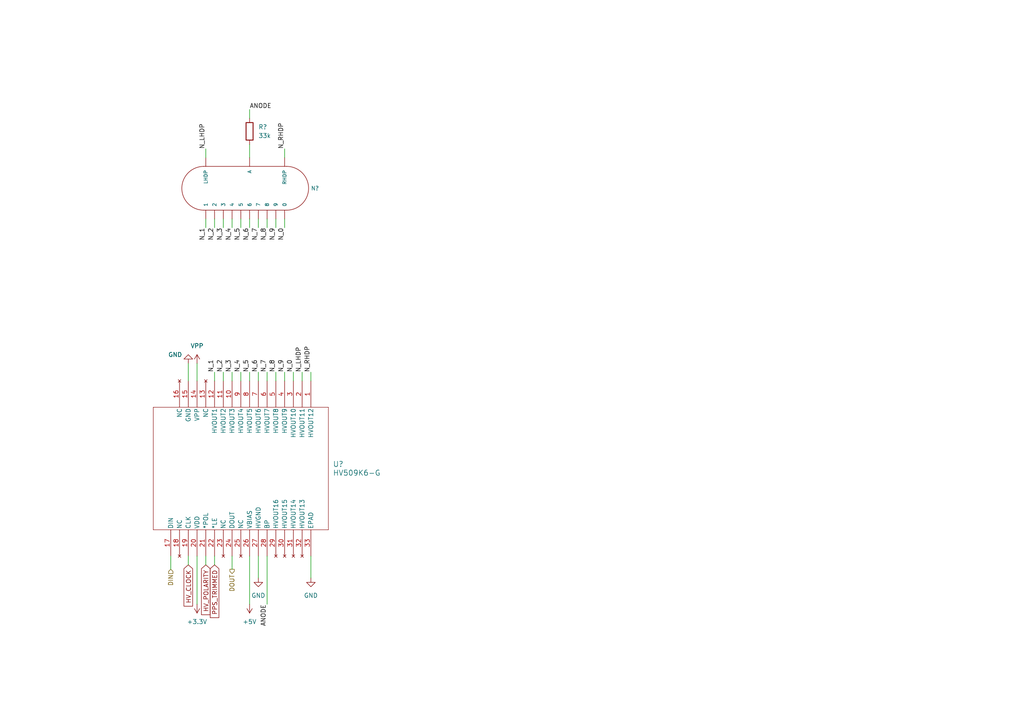
<source format=kicad_sch>
(kicad_sch (version 20230121) (generator eeschema)
  (paper "A4")
  (title_block (title "Nixie"))
  (lib_symbols
    (symbol "00_lib:HV509K6-G" (pin_names (offset 0.254))
      (property "Reference" "U3" (at 24.13 6.35 90))
      (property "Value" "HV509K6-G" (at 26.67 6.35 90))
      (symbol "HV509K6-G_0_1"
        (polyline (pts (xy 7.62 -45.72) (xy 43.18 -45.72)) (stroke (width 0.127)))
        (polyline (pts (xy 7.62 5.08) (xy 7.62 -45.72)) (stroke (width 0.127)))
        (polyline (pts (xy 43.18 -45.72) (xy 43.18 5.08)) (stroke (width 0.127)))
        (polyline (pts (xy 43.18 5.08) (xy 7.62 5.08)) (stroke (width 0.127)))
        (pin output line (at 0 0 0) (length 7.62) (name "HVOUT12") (number "1"))
        (pin output line (at 0 -22.86 0) (length 7.62) (name "HVOUT3") (number "10"))
        (pin output line (at 0 -25.4 0) (length 7.62) (name "HVOUT2") (number "11"))
        (pin output line (at 0 -27.94 0) (length 7.62) (name "HVOUT1") (number "12"))
        (pin no_connect line (at 0 -30.48 0) (length 7.62) (name "NC") (number "13"))
        (pin power_in line (at 0 -33.02 0) (length 7.62) (name "VPP") (number "14"))
        (pin power_out line (at 0 -35.56 0) (length 7.62) (name "GND") (number "15"))
        (pin no_connect line (at 0 -38.1 0) (length 7.62) (name "NC") (number "16"))
        (pin input line (at 50.8 -40.64 180) (length 7.62) (name "DIN") (number "17"))
        (pin no_connect line (at 50.8 -38.1 180) (length 7.62) (name "NC") (number "18"))
        (pin input line (at 50.8 -35.56 180) (length 7.62) (name "CLK") (number "19"))
        (pin output line (at 0 -2.54 0) (length 7.62) (name "HVOUT11") (number "2"))
        (pin power_in line (at 50.8 -33.02 180) (length 7.62) (name "VDD") (number "20"))
        (pin input line (at 50.8 -30.48 180) (length 7.62) (name "*POL") (number "21"))
        (pin input line (at 50.8 -27.94 180) (length 7.62) (name "*LE") (number "22"))
        (pin no_connect line (at 50.8 -25.4 180) (length 7.62) (name "NC") (number "23"))
        (pin output line (at 50.8 -22.86 180) (length 7.62) (name "DOUT") (number "24"))
        (pin no_connect line (at 50.8 -20.32 180) (length 7.62) (name "NC") (number "25"))
        (pin unspecified line (at 50.8 -17.78 180) (length 7.62) (name "VBIAS") (number "26"))
        (pin power_out line (at 50.8 -15.24 180) (length 7.62) (name "HVGND") (number "27"))
        (pin output line (at 50.8 -12.7 180) (length 7.62) (name "BP") (number "28"))
        (pin no_connect line (at 50.8 -10.16 180) (length 7.62) (name "HVOUT16") (number "29"))
        (pin output line (at 0 -5.08 0) (length 7.62) (name "HVOUT10") (number "3"))
        (pin no_connect line (at 50.8 -7.62 180) (length 7.62) (name "HVOUT15") (number "30"))
        (pin no_connect line (at 50.8 -5.08 180) (length 7.62) (name "HVOUT14") (number "31"))
        (pin no_connect line (at 50.8 -2.54 180) (length 7.62) (name "HVOUT13") (number "32"))
        (pin unspecified line (at 50.8 0 180) (length 7.62) (name "EPAD") (number "33"))
        (pin output line (at 0 -7.62 0) (length 7.62) (name "HVOUT9") (number "4"))
        (pin output line (at 0 -10.16 0) (length 7.62) (name "HVOUT8") (number "5"))
        (pin output line (at 0 -12.7 0) (length 7.62) (name "HVOUT7") (number "6"))
        (pin output line (at 0 -15.24 0) (length 7.62) (name "HVOUT6") (number "7"))
        (pin output line (at 0 -17.78 0) (length 7.62) (name "HVOUT5") (number "8"))
        (pin output line (at 0 -20.32 0) (length 7.62) (name "HVOUT4") (number "9"))
      )
    )
    (symbol "00_lib:IN-14" (pin_numbers hide) (pin_names (offset 1.016))
      (property "Reference" "N" (at -2.54 18.415 0))
      (symbol "IN-14_1_0"
        (polyline (pts (xy -5.08 -13.335) (xy -5.08 10.795)))
        (polyline (pts (xy 7.62 -13.335) (xy 7.62 10.795)))
      )
      (symbol "IN-14_1_1"
        (arc (start -5.08 -13.335) (mid 1.27 -19.6574) (end 7.62 -13.335))
        (arc (start 7.62 10.795) (mid 1.27 17.1174) (end -5.08 10.795))
        (pin bidirectional line (at -7.62 -12.7 0) (length 2.54) (name "0") (number "0"))
        (pin bidirectional line (at -7.62 10.16 0) (length 2.54) (name "1") (number "1"))
        (pin bidirectional line (at -7.62 7.62 0) (length 2.54) (name "2") (number "2"))
        (pin bidirectional line (at -7.62 5.08 0) (length 2.54) (name "3") (number "3"))
        (pin bidirectional line (at -7.62 2.54 0) (length 2.54) (name "4") (number "4"))
        (pin bidirectional line (at -7.62 0 0) (length 2.54) (name "5") (number "5"))
        (pin bidirectional line (at -7.62 -2.54 0) (length 2.54) (name "6") (number "6"))
        (pin bidirectional line (at -7.62 -5.08 0) (length 2.54) (name "7") (number "7"))
        (pin bidirectional line (at -7.62 -7.62 0) (length 2.54) (name "8") (number "8"))
        (pin bidirectional line (at -7.62 -10.16 0) (length 2.54) (name "9") (number "9"))
        (pin bidirectional line (at 10.16 -2.54 180) (length 2.54) (name "A") (number "A"))
        (pin bidirectional line (at 10.16 10.16 180) (length 2.54) (name "LHDP") (number "LHDP"))
        (pin bidirectional line (at 10.16 -12.7 180) (length 2.54) (name "RHDP") (number "RHDP"))
      )
    )
    (symbol "Device:R" (pin_numbers hide) (pin_names (offset 0))
      (property "Reference" "R" (at 2.032 0 90))
      (property "Value" "R" (at 0 0 90))
      (symbol "R_0_1"
        (rectangle (start -1.016 -2.54) (end 1.016 2.54) (stroke (width 0.254)))
      )
      (symbol "R_1_1"
        (pin passive line (at 0 3.81 270) (length 1.27) (name "~") (number "1"))
        (pin passive line (at 0 -3.81 90) (length 1.27) (name "~") (number "2"))
      )
    )
    (symbol "power:+3.3V" (power) (pin_names (offset 0))
      (property "Value" "+3.3V" (at 0 3.556 0))
      (symbol "+3.3V_0_1"
        (polyline (pts (xy -0.762 1.27) (xy 0 2.54)))
        (polyline (pts (xy 0 0) (xy 0 2.54)))
        (polyline (pts (xy 0 2.54) (xy 0.762 1.27)))
      )
      (symbol "+3.3V_1_1"
        (pin power_in line (at 0 0 90) (length 0) hide (name "+3.3V") (number "1"))
      )
    )
    (symbol "power:+5V" (power) (pin_names (offset 0))
      (property "Value" "+5V" (at 0 3.556 0))
      (symbol "+5V_0_1"
        (polyline (pts (xy -0.762 1.27) (xy 0 2.54)))
        (polyline (pts (xy 0 0) (xy 0 2.54)))
        (polyline (pts (xy 0 2.54) (xy 0.762 1.27)))
      )
      (symbol "+5V_1_1"
        (pin power_in line (at 0 0 90) (length 0) hide (name "+5V") (number "1"))
      )
    )
    (symbol "power:GND" (power) (pin_names (offset 0))
      (property "Value" "GND" (at 0 -3.81 0))
      (symbol "GND_0_1"
        (polyline (pts (xy 0 0) (xy 0 -1.27) (xy 1.27 -1.27) (xy 0 -2.54) (xy -1.27 -1.27) (xy 0 -1.27)))
      )
      (symbol "GND_1_1"
        (pin power_in line (at 0 0 270) (length 0) hide (name "GND") (number "1"))
      )
    )
    (symbol "power:VPP" (power) (pin_names (offset 0))
      (property "Value" "VPP" (at 0 3.81 0))
      (symbol "VPP_0_1"
        (polyline (pts (xy -0.762 1.27) (xy 0 2.54)))
        (polyline (pts (xy 0 0) (xy 0 2.54)))
        (polyline (pts (xy 0 2.54) (xy 0.762 1.27)))
      )
      (symbol "VPP_1_1"
        (pin power_in line (at 0 0 90) (length 0) hide (name "VPP") (number "1"))
      )
    )
  )
  (wire (pts (xy 57.15 161.29) (xy 57.15 175.26)))
  (wire (pts (xy 59.69 161.29) (xy 59.69 163.83)))
  (wire (pts (xy 82.55 66.04) (xy 82.55 63.5)))
  (wire (pts (xy 72.39 31.75) (xy 72.39 34.29)))
  (wire (pts (xy 74.93 107.95) (xy 74.93 110.49)))
  (wire (pts (xy 72.39 41.91) (xy 72.39 45.72)))
  (wire (pts (xy 49.53 161.29) (xy 49.53 165.1)))
  (wire (pts (xy 82.55 43.18) (xy 82.55 45.72)))
  (wire (pts (xy 69.85 107.95) (xy 69.85 110.49)))
  (wire (pts (xy 59.69 66.04) (xy 59.69 63.5)))
  (wire (pts (xy 64.77 107.95) (xy 64.77 110.49)))
  (wire (pts (xy 74.93 161.29) (xy 74.93 167.64)))
  (wire (pts (xy 90.17 107.95) (xy 90.17 110.49)))
  (wire (pts (xy 67.31 161.29) (xy 67.31 165.1)))
  (wire (pts (xy 87.63 107.95) (xy 87.63 110.49)))
  (wire (pts (xy 74.93 66.04) (xy 74.93 63.5)))
  (wire (pts (xy 62.23 66.04) (xy 62.23 63.5)))
  (wire (pts (xy 80.01 66.04) (xy 80.01 63.5)))
  (wire (pts (xy 54.61 161.29) (xy 54.61 163.83)))
  (wire (pts (xy 72.39 66.04) (xy 72.39 63.5)))
  (wire (pts (xy 77.47 107.95) (xy 77.47 110.49)))
  (wire (pts (xy 67.31 66.04) (xy 67.31 63.5)))
  (wire (pts (xy 62.23 161.29) (xy 62.23 163.83)))
  (wire (pts (xy 90.17 161.29) (xy 90.17 167.64)))
  (wire (pts (xy 80.01 107.95) (xy 80.01 110.49)))
  (wire (pts (xy 77.47 66.04) (xy 77.47 63.5)))
  (wire (pts (xy 82.55 107.95) (xy 82.55 110.49)))
  (wire (pts (xy 57.15 105.41) (xy 57.15 110.49)))
  (wire (pts (xy 64.77 66.04) (xy 64.77 63.5)))
  (wire (pts (xy 72.39 107.95) (xy 72.39 110.49)))
  (wire (pts (xy 69.85 66.04) (xy 69.85 63.5)))
  (wire (pts (xy 72.39 161.29) (xy 72.39 175.26)))
  (wire (pts (xy 77.47 161.29) (xy 77.47 175.26)))
  (wire (pts (xy 54.61 105.41) (xy 54.61 110.49)))
  (wire (pts (xy 59.69 43.18) (xy 59.69 45.72)))
  (wire (pts (xy 85.09 107.95) (xy 85.09 110.49)))
  (wire (pts (xy 62.23 107.95) (xy 62.23 110.49)))
  (wire (pts (xy 67.31 107.95) (xy 67.31 110.49)))
  (label "N_8" (at 77.47 66.04 270))
  (label "N_5" (at 72.39 107.95 90))
  (label "N_0" (at 82.55 66.04 270))
  (label "N_1" (at 59.69 66.04 270))
  (label "N_8" (at 80.01 107.95 90))
  (label "N_6" (at 74.93 107.95 90))
  (label "ANODE" (at 72.39 31.75 0))
  (label "N_7" (at 74.93 66.04 270))
  (label "ANODE" (at 77.47 175.26 270))
  (label "N_2" (at 64.77 107.95 90))
  (label "N_4" (at 69.85 107.95 90))
  (label "N_LHDP" (at 59.69 43.18 90))
  (label "N_5" (at 69.85 66.04 270))
  (label "N_7" (at 77.47 107.95 90))
  (label "N_3" (at 64.77 66.04 270))
  (label "N_4" (at 67.31 66.04 270))
  (label "N_RHDP" (at 82.55 43.18 90))
  (label "N_9" (at 82.55 107.95 90))
  (label "N_RHDP" (at 90.17 107.95 90))
  (label "N_3" (at 67.31 107.95 90))
  (label "N_6" (at 72.39 66.04 270))
  (label "N_0" (at 85.09 107.95 90))
  (label "N_9" (at 80.01 66.04 270))
  (label "N_2" (at 62.23 66.04 270))
  (label "N_1" (at 62.23 107.95 90))
  (label "N_LHDP" (at 87.63 107.95 90))
  (global_label "PPS_TRIMMED" (shape input) (at 62.23 163.83 270) (property "Intersheetrefs" "${INTERSHEET_REFS}" (effects hide)))
  (global_label "HV_CLOCK" (shape input) (at 54.61 163.83 270) (property "Intersheetrefs" "${INTERSHEET_REFS}" (effects hide)))
  (global_label "HV_POLARITY" (shape input) (at 59.69 163.83 270) (property "Intersheetrefs" "${INTERSHEET_REFS}" (effects hide)))
  (hierarchical_label "DOUT" (shape output) (at 67.31 165.1 270))
  (hierarchical_label "DIN" (shape input) (at 49.53 165.1 270))
  (symbol (lib_id "power:GND") (at 74.93 167.64 0) (unit 1)
    (property "Reference" "#PWR?" (effects hide))
    (property "Value" "GND" (at 74.93 172.72 0))
    (instances (project "nixieAccurateClock" (path "" (reference "#PWR?") (unit 1)) (path "" (reference "#PWR026") (unit 1)) (path "" (reference "#PWR032") (unit 1)) (path "" (reference "#PWR038") (unit 1)) (path "" (reference "#PWR044") (unit 1)) (path "" (reference "#PWR050") (unit 1)) (path "" (reference "#PWR056") (unit 1))))
  )
  (symbol (lib_id "power:VPP") (at 57.15 105.41 0) (unit 1)
    (property "Reference" "#PWR?" (effects hide))
    (property "Value" "VPP" (at 57.15 100.33 0))
    (instances (project "nixieAccurateClock" (path "" (reference "#PWR?") (unit 1)) (path "" (reference "#PWR?") (unit 1)) (path "" (reference "#PWR023") (unit 1)) (path "" (reference "#PWR029") (unit 1)) (path "" (reference "#PWR035") (unit 1)) (path "" (reference "#PWR041") (unit 1)) (path "" (reference "#PWR047") (unit 1)) (path "" (reference "#PWR053") (unit 1))))
  )
  (symbol (lib_id "Device:R") (at 72.39 38.1 0) (unit 1)
    (property "Reference" "R?" (at 74.93 36.83 0) (effects (justify left)))
    (property "Value" "33k" (at 74.93 39.37 0) (effects (justify left)))
    (property "Footprint" "Resistor_SMD:R_1206_3216Metric" (effects hide))
    (instances (project "nixieAccurateClock" (path "" (reference "R?") (unit 1)) (path "" (reference "R6") (unit 1)) (path "" (reference "R7") (unit 1)) (path "" (reference "R8") (unit 1)) (path "" (reference "R9") (unit 1)) (path "" (reference "R10") (unit 1)) (path "" (reference "R11") (unit 1))))
  )
  (symbol (lib_id "power:GND") (at 90.17 167.64 0) (unit 1)
    (property "Reference" "#PWR?" (effects hide))
    (property "Value" "GND" (at 90.17 172.72 0))
    (instances (project "nixieAccurateClock" (path "" (reference "#PWR?") (unit 1)) (path "" (reference "#PWR027") (unit 1)) (path "" (reference "#PWR033") (unit 1)) (path "" (reference "#PWR039") (unit 1)) (path "" (reference "#PWR045") (unit 1)) (path "" (reference "#PWR051") (unit 1)) (path "" (reference "#PWR057") (unit 1))))
  )
  (symbol (lib_id "power:GND") (at 54.61 105.41 180) (unit 1)
    (property "Reference" "#PWR?" (effects hide))
    (property "Value" "GND" (at 50.8 102.87 0))
    (instances (project "nixieAccurateClock" (path "" (reference "#PWR?") (unit 1)) (path "" (reference "#PWR022") (unit 1)) (path "" (reference "#PWR028") (unit 1)) (path "" (reference "#PWR034") (unit 1)) (path "" (reference "#PWR040") (unit 1)) (path "" (reference "#PWR046") (unit 1)) (path "" (reference "#PWR052") (unit 1))))
  )
  (symbol (lib_id "power:+3.3V") (at 57.15 175.26 180) (unit 1)
    (property "Reference" "#PWR?" (effects hide))
    (property "Value" "+3.3V" (at 57.15 180.34 0))
    (instances (project "nixieAccurateClock" (path "" (reference "#PWR?") (unit 1)) (path "" (reference "#PWR?") (unit 1)) (path "" (reference "#PWR024") (unit 1)) (path "" (reference "#PWR030") (unit 1)) (path "" (reference "#PWR036") (unit 1)) (path "" (reference "#PWR042") (unit 1)) (path "" (reference "#PWR048") (unit 1)) (path "" (reference "#PWR054") (unit 1))))
  )
  (symbol (lib_id "power:+5V") (at 72.39 175.26 180) (unit 1)
    (property "Reference" "#PWR?" (effects hide))
    (property "Value" "+5V" (at 72.39 180.34 0))
    (instances (project "nixieAccurateClock" (path "" (reference "#PWR?") (unit 1)) (path "" (reference "#PWR?") (unit 1)) (path "" (reference "#PWR025") (unit 1)) (path "" (reference "#PWR031") (unit 1)) (path "" (reference "#PWR037") (unit 1)) (path "" (reference "#PWR043") (unit 1)) (path "" (reference "#PWR049") (unit 1)) (path "" (reference "#PWR055") (unit 1))))
  )
  (symbol (lib_id "00_lib:HV509K6-G") (at 90.17 110.49 270) (unit 1)
    (property "Reference" "U?" (at 96.52 134.62 90) (effects (font (size 1.524 1.524)) (justify left)))
    (property "Value" "HV509K6-G" (at 96.52 137.16 90) (effects (font (size 1.524 1.524)) (justify left)))
    (property "Footprint" "00_lib:QFN32_5X5MC_MCH" (effects hide))
    (property "Datasheet" "https://ww1.microchip.com/downloads/en/DeviceDoc/hv509.pdf" (effects hide))
    (instances (project "nixieAccurateClock" (path "" (reference "U?") (unit 1)) (path "" (reference "U3") (unit 1)) (path "" (reference "U4") (unit 1)) (path "" (reference "U5") (unit 1)) (path "" (reference "U6") (unit 1)) (path "" (reference "U7") (unit 1)) (path "" (reference "U8") (unit 1))))
  )
  (symbol (lib_id "00_lib:IN-14") (at 69.85 55.88 90) (unit 1)
    (property "Reference" "N?" (at 90.17 54.61 90) (effects (font (size 1.143 1.143)) (justify right)))
    (property "Value" "IN-14" (effects hide))
    (property "Footprint" "00_lib:nixies-us-IN-14" (effects hide))
    (instances (project "nixieAccurateClock" (path "" (reference "N?") (unit 1)) (path "" (reference "N1") (unit 1)) (path "" (reference "N2") (unit 1)) (path "" (reference "N3") (unit 1)) (path "" (reference "N4") (unit 1)) (path "" (reference "N5") (unit 1)) (path "" (reference "N6") (unit 1))))
  )
)
</source>
